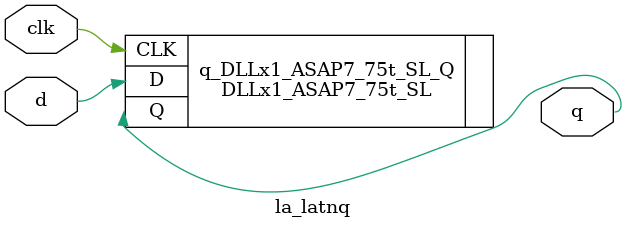
<source format=v>
/* Generated by Yosys 0.37 (git sha1 a5c7f69ed, clang 14.0.0-1ubuntu1.1 -fPIC -Os) */

module la_latnq(d, clk, q);
  input clk;
  wire clk;
  input d;
  wire d;
  output q;
  wire q;
  DLLx1_ASAP7_75t_SL q_DLLx1_ASAP7_75t_SL_Q (
    .CLK(clk),
    .D(d),
    .Q(q)
  );
endmodule

</source>
